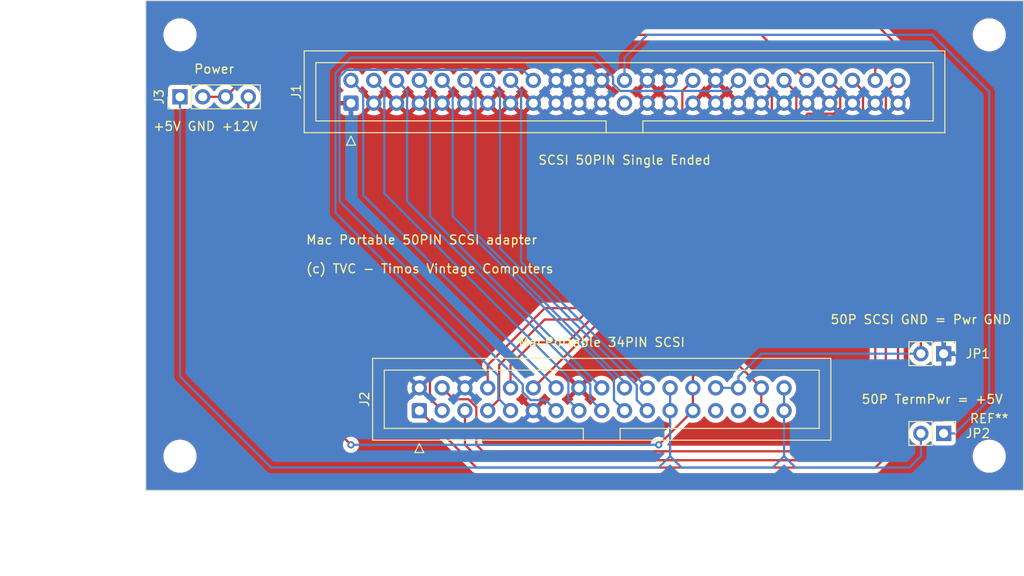
<source format=kicad_pcb>
(kicad_pcb (version 20221018) (generator pcbnew)
  (layers (0 "F.Cu" signal) (31 "B.Cu" signal) (34 "B.Paste" user) (35 "F.Paste" user) (36 "B.SilkS" user "B.Silkscreen") (37 "F.SilkS" user "F.Silkscreen") (38 "B.Mask" user) (39 "F.Mask" user) (44 "Edge.Cuts" user))
  (net 0 "")
  (net 1 "GNDS")
  (net 2 "Net-(J1-Pin_2)")
  (net 3 "Net-(J1-Pin_4)")
  (net 4 "Net-(J1-Pin_6)")
  (net 5 "Net-(J1-Pin_8)")
  (net 6 "Net-(J1-Pin_10)")
  (net 7 "Net-(J1-Pin_12)")
  (net 8 "Net-(J1-Pin_14)")
  (net 9 "Net-(J1-Pin_16)")
  (net 10 "Net-(J1-Pin_18)")
  (net 12 "Net-(J1-Pin_26)")
  (net 13 "Net-(J1-Pin_32)")
  (net 14 "Net-(J1-Pin_36)")
  (net 15 "Net-(J1-Pin_38)")
  (net 16 "Net-(J1-Pin_40)")
  (net 17 "Net-(J1-Pin_42)")
  (net 18 "Net-(J1-Pin_44)")
  (net 19 "Net-(J1-Pin_46)")
  (net 20 "Net-(J1-Pin_48)")
  (net 21 "Net-(J1-Pin_50)")
  (net 22 "+5V")
  (net 23 "+12V")
  (net 24 "Net-(J2-Pin_27)")
  (net 25 "GND")
  (footprint "Connector_PinHeader_2.54mm:PinHeader_1x04_P2.54mm_Vertical" (layer "F.Cu") (at 109.22 74.225 90)
    (fp_text reference "J3" (at 0 -2.33 90) (layer "F.SilkS"))
    (fp_text value "Power" (at 3.105 3.81 180) (layer "F.SilkS"))
    (fp_line (start -1.33 -1.33) (end 0 -1.33) (stroke (width 0.12)) (layer "F.SilkS"))
    (fp_line (start -1.33 0) (end -1.33 -1.33) (stroke (width 0.12)) (layer "F.SilkS"))
    (fp_line (start -1.33 1.27) (end -1.33 8.95) (stroke (width 0.12)) (layer "F.SilkS"))
    (fp_line (start -1.33 1.27) (end 1.33 1.27) (stroke (width 0.12)) (layer "F.SilkS"))
    (fp_line (start -1.33 8.95) (end 1.33 8.95) (stroke (width 0.12)) (layer "F.SilkS"))
    (fp_line (start 1.33 1.27) (end 1.33 8.95) (stroke (width 0.12)) (layer "F.SilkS"))
    (pad "1" thru_hole rect (at 0 0 90) (size 1.7 1.7) (drill 1) (layers "*.Cu" "*.Mask") (net 22 "+5V"))
    (pad "2" thru_hole oval (at 0 2.54 90) (size 1.7 1.7) (drill 1) (layers "*.Cu" "*.Mask") (net 25 "GND"))
    (pad "3" thru_hole oval (at 0 5.08 90) (size 1.7 1.7) (drill 1) (layers "*.Cu" "*.Mask") (net 25 "GND"))
    (pad "4" thru_hole oval (at 0 7.62 90) (size 1.7 1.7) (drill 1) (layers "*.Cu" "*.Mask") (net 23 "+12V"))
  )
  (footprint "Connector_IDC:IDC-Header_2x17_P2.54mm_Vertical" (layer "F.Cu") (at 135.89 109.22 90)
    (fp_text reference "J2" (at 1.27 -6.1 90) (layer "F.SilkS"))
    (fp_text value "MacPortable 34PIN SCSI" (at 7.62 20.32 180) (layer "F.SilkS"))
    (fp_line (start -4.68 -0.5) (end -4.68 0.5) (stroke (width 0.12)) (layer "F.SilkS"))
    (fp_line (start -4.68 0.5) (end -3.68 0) (stroke (width 0.12)) (layer "F.SilkS"))
    (fp_line (start -3.68 0) (end -4.68 -0.5) (stroke (width 0.12)) (layer "F.SilkS"))
    (fp_line (start -3.29 -5.21) (end 5.83 -5.21) (stroke (width 0.12)) (layer "F.SilkS"))
    (fp_line (start -3.29 18.27) (end -1.98 18.27) (stroke (width 0.12)) (layer "F.SilkS"))
    (fp_line (start -3.29 45.85) (end -3.29 -5.21) (stroke (width 0.12)) (layer "F.SilkS"))
    (fp_line (start -1.98 -3.91) (end 4.52 -3.91) (stroke (width 0.12)) (layer "F.SilkS"))
    (fp_line (start -1.98 18.27) (end -1.98 -3.91) (stroke (width 0.12)) (layer "F.SilkS"))
    (fp_line (start -1.98 22.37) (end -3.29 22.37) (stroke (width 0.12)) (layer "F.SilkS"))
    (fp_line (start -1.98 22.37) (end -1.98 22.37) (stroke (width 0.12)) (layer "F.SilkS"))
    (fp_line (start -1.98 44.55) (end -1.98 22.37) (stroke (width 0.12)) (layer "F.SilkS"))
    (fp_line (start 4.52 -3.91) (end 4.52 44.55) (stroke (width 0.12)) (layer "F.SilkS"))
    (fp_line (start 4.52 44.55) (end -1.98 44.55) (stroke (width 0.12)) (layer "F.SilkS"))
    (fp_line (start 5.83 -5.21) (end 5.83 45.85) (stroke (width 0.12)) (layer "F.SilkS"))
    (fp_line (start 5.83 45.85) (end -3.29 45.85) (stroke (width 0.12)) (layer "F.SilkS"))
    (pad "1" thru_hole roundrect (at 0 0 90) (size 1.7 1.7) (drill 1) (layers "*.Cu" "*.Mask") (roundrect_rratio 0.1470588235) (net 20 "Net-(J1-Pin_48)"))
    (pad "2" thru_hole circle (at 2.54 0 90) (size 1.7 1.7) (drill 1) (layers "*.Cu" "*.Mask") (net 1 "GNDS"))
    (pad "3" thru_hole circle (at 0 2.54 90) (size 1.7 1.7) (drill 1) (layers "*.Cu" "*.Mask") (net 17 "Net-(J1-Pin_42)"))
    (pad "4" thru_hole circle (at 2.54 2.54 90) (size 1.7 1.7) (drill 1) (layers "*.Cu" "*.Mask") (net 19 "Net-(J1-Pin_46)"))
    (pad "5" thru_hole circle (at 0 5.08 90) (size 1.7 1.7) (drill 1) (layers "*.Cu" "*.Mask") (net 21 "Net-(J1-Pin_50)"))
    (pad "6" thru_hole circle (at 2.54 5.08 90) (size 1.7 1.7) (drill 1) (layers "*.Cu" "*.Mask") (net 1 "GNDS"))
    (pad "7" thru_hole circle (at 0 7.62 90) (size 1.7 1.7) (drill 1) (layers "*.Cu" "*.Mask") (net 15 "Net-(J1-Pin_38)"))
    (pad "8" thru_hole circle (at 2.54 7.62 90) (size 1.7 1.7) (drill 1) (layers "*.Cu" "*.Mask") (net 13 "Net-(J1-Pin_32)"))
    (pad "9" thru_hole circle (at 0 10.16 90) (size 1.7 1.7) (drill 1) (layers "*.Cu" "*.Mask") (net 14 "Net-(J1-Pin_36)"))
    (pad "10" thru_hole circle (at 2.54 10.16 90) (size 1.7 1.7) (drill 1) (layers "*.Cu" "*.Mask") (net 16 "Net-(J1-Pin_40)"))
    (pad "11" thru_hole circle (at 0 12.7 90) (size 1.7 1.7) (drill 1) (layers "*.Cu" "*.Mask") (net 1 "GNDS"))
    (pad "12" thru_hole circle (at 2.54 12.7 90) (size 1.7 1.7) (drill 1) (layers "*.Cu" "*.Mask") (net 18 "Net-(J1-Pin_44)"))
    (pad "13" thru_hole circle (at 0 15.24 90) (size 1.7 1.7) (drill 1) (layers "*.Cu" "*.Mask") (net 10 "Net-(J1-Pin_18)"))
    (pad "14" thru_hole circle (at 2.54 15.24 90) (size 1.7 1.7) (drill 1) (layers "*.Cu" "*.Mask") (net 2 "Net-(J1-Pin_2)"))
    (pad "15" thru_hole circle (at 0 17.78 90) (size 1.7 1.7) (drill 1) (layers "*.Cu" "*.Mask") (net 3 "Net-(J1-Pin_4)"))
    (pad "16" thru_hole circle (at 2.54 17.78 90) (size 1.7 1.7) (drill 1) (layers "*.Cu" "*.Mask") (net 1 "GNDS"))
    (pad "17" thru_hole circle (at 0 20.32 90) (size 1.7 1.7) (drill 1) (layers "*.Cu" "*.Mask") (net 4 "Net-(J1-Pin_6)"))
    (pad "18" thru_hole circle (at 2.54 20.32 90) (size 1.7 1.7) (drill 1) (layers "*.Cu" "*.Mask") (net 5 "Net-(J1-Pin_8)"))
    (pad "19" thru_hole circle (at 0 22.86 90) (size 1.7 1.7) (drill 1) (layers "*.Cu" "*.Mask") (net 6 "Net-(J1-Pin_10)"))
    (pad "20" thru_hole circle (at 2.54 22.86 90) (size 1.7 1.7) (drill 1) (layers "*.Cu" "*.Mask") (net 7 "Net-(J1-Pin_12)"))
    (pad "21" thru_hole circle (at 0 25.4 90) (size 1.7 1.7) (drill 1) (layers "*.Cu" "*.Mask") (net 8 "Net-(J1-Pin_14)"))
    (pad "22" thru_hole circle (at 2.54 25.4 90) (size 1.7 1.7) (drill 1) (layers "*.Cu" "*.Mask") (net 9 "Net-(J1-Pin_16)"))
    (pad "23" thru_hole circle (at 0 27.94 90) (size 1.7 1.7) (drill 1) (layers "*.Cu" "*.Mask") (net 22 "+5V"))
    (pad "24" thru_hole circle (at 2.54 27.94 90) (size 1.7 1.7) (drill 1) (layers "*.Cu" "*.Mask") (net 22 "+5V"))
    (pad "25" thru_hole circle (at 0 30.48 90) (size 1.7 1.7) (drill 1) (layers "*.Cu" "*.Mask") (net 23 "+12V"))
    (pad "26" thru_hole circle (at 2.54 30.48 90) (size 1.7 1.7) (drill 1) (layers "*.Cu" "*.Mask") (net 23 "+12V"))
    (pad "27" thru_hole circle (at 0 33.02 90) (size 1.7 1.7) (drill 1) (layers "*.Cu" "*.Mask") (net 24 "Net-(J2-Pin_27)"))
    (pad "28" thru_hole circle (at 2.54 33.02 90) (size 1.7 1.7) (drill 1) (layers "*.Cu" "*.Mask") (net 25 "GND"))
    (pad "29" thru_hole circle (at 0 35.56 90) (size 1.7 1.7) (drill 1) (layers "*.Cu" "*.Mask") (net 24 "Net-(J2-Pin_27)"))
    (pad "30" thru_hole circle (at 2.54 35.56 90) (size 1.7 1.7) (drill 1) (layers "*.Cu" "*.Mask") (net 25 "GND"))
    (pad "31" thru_hole circle (at 0 38.1 90) (size 1.7 1.7) (drill 1) (layers "*.Cu" "*.Mask") (net 23 "+12V"))
    (pad "32" thru_hole circle (at 2.54 38.1 90) (size 1.7 1.7) (drill 1) (layers "*.Cu" "*.Mask") (net 23 "+12V"))
    (pad "33" thru_hole circle (at 0 40.64 90) (size 1.7 1.7) (drill 1) (layers "*.Cu" "*.Mask") (net 22 "+5V"))
    (pad "34" thru_hole circle (at 2.54 40.64 90) (size 1.7 1.7) (drill 1) (layers "*.Cu" "*.Mask") (net 22 "+5V"))
  )
  (footprint "Connector_PinHeader_2.54mm:PinHeader_1x02_P2.54mm_Vertical" (layer "F.Cu") (at 194.31 102.87 -90)
    (fp_text reference "JP1" (at 0 -3.81) (layer "F.SilkS"))
    (fp_text value "50P SCSI GND = Pwr GND" (at -3.81 2.54) (layer "F.SilkS"))
    (fp_line (start -1.33 -1.33) (end 0 -1.33) (stroke (width 0.12)) (layer "F.SilkS"))
    (fp_line (start -1.33 0) (end -1.33 -1.33) (stroke (width 0.12)) (layer "F.SilkS"))
    (fp_line (start -1.33 1.27) (end -1.33 3.87) (stroke (width 0.12)) (layer "F.SilkS"))
    (fp_line (start -1.33 1.27) (end 1.33 1.27) (stroke (width 0.12)) (layer "F.SilkS"))
    (fp_line (start -1.33 3.87) (end 1.33 3.87) (stroke (width 0.12)) (layer "F.SilkS"))
    (fp_line (start 1.33 1.27) (end 1.33 3.87) (stroke (width 0.12)) (layer "F.SilkS"))
    (pad "1" thru_hole rect (at 0 0 270) (size 1.7 1.7) (drill 1) (layers "*.Cu" "*.Mask") (net 1 "GNDS"))
    (pad "2" thru_hole oval (at 0 2.54 270) (size 1.7 1.7) (drill 1) (layers "*.Cu" "*.Mask") (net 25 "GND"))
  )
  (footprint "MountingHole:MountingHole_3.2mm_M3" (layer "F.Cu") (at 109.22 114.3)
    (fp_text reference "REF**" hide)
    (fp_text value "MountingHole_3.2mm_M3" hide)
    (pad "" np_thru_hole circle (at 0 0) (size 3.2 3.2) (drill 3.2) (layers "*.Cu" "*.Mask"))
  )
  (footprint "Connector_IDC:IDC-Header_2x25_P2.54mm_Vertical" (layer "F.Cu") (at 128.27 74.93 90)
    (fp_text reference "J1" (at 1.27 -6.1 90) (layer "F.SilkS"))
    (fp_text value "SCSI 50PIN Single Ended" (at -6.35 30.48 180) (layer "F.SilkS"))
    (fp_line (start -4.68 -0.5) (end -4.68 0.5) (stroke (width 0.12)) (layer "F.SilkS"))
    (fp_line (start -4.68 0.5) (end -3.68 0) (stroke (width 0.12)) (layer "F.SilkS"))
    (fp_line (start -3.68 0) (end -4.68 -0.5) (stroke (width 0.12)) (layer "F.SilkS"))
    (fp_line (start -3.29 -5.21) (end 5.83 -5.21) (stroke (width 0.12)) (layer "F.SilkS"))
    (fp_line (start -3.29 28.43) (end -1.98 28.43) (stroke (width 0.12)) (layer "F.SilkS"))
    (fp_line (start -3.29 66.17) (end -3.29 -5.21) (stroke (width 0.12)) (layer "F.SilkS"))
    (fp_line (start -1.98 -3.91) (end 4.52 -3.91) (stroke (width 0.12)) (layer "F.SilkS"))
    (fp_line (start -1.98 28.43) (end -1.98 -3.91) (stroke (width 0.12)) (layer "F.SilkS"))
    (fp_line (start -1.98 32.53) (end -3.29 32.53) (stroke (width 0.12)) (layer "F.SilkS"))
    (fp_line (start -1.98 32.53) (end -1.98 32.53) (stroke (width 0.12)) (layer "F.SilkS"))
    (fp_line (start -1.98 64.87) (end -1.98 32.53) (stroke (width 0.12)) (layer "F.SilkS"))
    (fp_line (start 4.52 -3.91) (end 4.52 64.87) (stroke (width 0.12)) (layer "F.SilkS"))
    (fp_line (start 4.52 64.87) (end -1.98 64.87) (stroke (width 0.12)) (layer "F.SilkS"))
    (fp_line (start 5.83 -5.21) (end 5.83 66.17) (stroke (width 0.12)) (layer "F.SilkS"))
    (fp_line (start 5.83 66.17) (end -3.29 66.17) (stroke (width 0.12)) (layer "F.SilkS"))
    (pad "1" thru_hole roundrect (at 0 0 90) (size 1.7 1.7) (drill 1) (layers "*.Cu" "*.Mask") (roundrect_rratio 0.1470588235) (net 1 "GNDS"))
    (pad "2" thru_hole circle (at 2.54 0 90) (size 1.7 1.7) (drill 1) (layers "*.Cu" "*.Mask") (net 2 "Net-(J1-Pin_2)"))
    (pad "3" thru_hole circle (at 0 2.54 90) (size 1.7 1.7) (drill 1) (layers "*.Cu" "*.Mask") (net 1 "GNDS"))
    (pad "4" thru_hole circle (at 2.54 2.54 90) (size 1.7 1.7) (drill 1) (layers "*.Cu" "*.Mask") (net 3 "Net-(J1-Pin_4)"))
    (pad "5" thru_hole circle (at 0 5.08 90) (size 1.7 1.7) (drill 1) (layers "*.Cu" "*.Mask") (net 1 "GNDS"))
    (pad "6" thru_hole circle (at 2.54 5.08 90) (size 1.7 1.7) (drill 1) (layers "*.Cu" "*.Mask") (net 4 "Net-(J1-Pin_6)"))
    (pad "7" thru_hole circle (at 0 7.62 90) (size 1.7 1.7) (drill 1) (layers "*.Cu" "*.Mask") (net 1 "GNDS"))
    (pad "8" thru_hole circle (at 2.54 7.62 90) (size 1.7 1.7) (drill 1) (layers "*.Cu" "*.Mask") (net 5 "Net-(J1-Pin_8)"))
    (pad "9" thru_hole circle (at 0 10.16 90) (size 1.7 1.7) (drill 1) (layers "*.Cu" "*.Mask") (net 1 "GNDS"))
    (pad "10" thru_hole circle (at 2.54 10.16 90) (size 1.7 1.7) (drill 1) (layers "*.Cu" "*.Mask") (net 6 "Net-(J1-Pin_10)"))
    (pad "11" thru_hole circle (at 0 12.7 90) (size 1.7 1.7) (drill 1) (layers "*.Cu" "*.Mask") (net 1 "GNDS"))
    (pad "12" thru_hole circle (at 2.54 12.7 90) (size 1.7 1.7) (drill 1) (layers "*.Cu" "*.Mask") (net 7 "Net-(J1-Pin_12)"))
    (pad "13" thru_hole circle (at 0 15.24 90) (size 1.7 1.7) (drill 1) (layers "*.Cu" "*.Mask") (net 1 "GNDS"))
    (pad "14" thru_hole circle (at 2.54 15.24 90) (size 1.7 1.7) (drill 1) (layers "*.Cu" "*.Mask") (net 8 "Net-(J1-Pin_14)"))
    (pad "15" thru_hole circle (at 0 17.78 90) (size 1.7 1.7) (drill 1) (layers "*.Cu" "*.Mask") (net 1 "GNDS"))
    (pad "16" thru_hole circle (at 2.54 17.78 90) (size 1.7 1.7) (drill 1) (layers "*.Cu" "*.Mask") (net 9 "Net-(J1-Pin_16)"))
    (pad "17" thru_hole circle (at 0 20.32 90) (size 1.7 1.7) (drill 1) (layers "*.Cu" "*.Mask") (net 1 "GNDS"))
    (pad "18" thru_hole circle (at 2.54 20.32 90) (size 1.7 1.7) (drill 1) (layers "*.Cu" "*.Mask") (net 10 "Net-(J1-Pin_18)"))
    (pad "19" thru_hole circle (at 0 22.86 90) (size 1.7 1.7) (drill 1) (layers "*.Cu" "*.Mask") (net 1 "GNDS"))
    (pad "20" thru_hole circle (at 2.54 22.86 90) (size 1.7 1.7) (drill 1) (layers "*.Cu" "*.Mask") (net 1 "GNDS"))
    (pad "21" thru_hole circle (at 0 25.4 90) (size 1.7 1.7) (drill 1) (layers "*.Cu" "*.Mask") (net 1 "GNDS"))
    (pad "22" thru_hole circle (at 2.54 25.4 90) (size 1.7 1.7) (drill 1) (layers "*.Cu" "*.Mask") (net 1 "GNDS"))
    (pad "23" thru_hole circle (at 0 27.94 90) (size 1.7 1.7) (drill 1) (layers "*.Cu" "*.Mask") (net 1 "GNDS"))
    (pad "24" thru_hole circle (at 2.54 27.94 90) (size 1.7 1.7) (drill 1) (layers "*.Cu" "*.Mask") (net 1 "GNDS"))
    (pad "25" thru_hole circle (at 0 30.48 90) (size 1.7 1.7) (drill 1) (layers "*.Cu" "*.Mask"))
    (pad "26" thru_hole circle (at 2.54 30.48 90) (size 1.7 1.7) (drill 1) (layers "*.Cu" "*.Mask") (net 12 "Net-(J1-Pin_26)"))
    (pad "27" thru_hole circle (at 0 33.02 90) (size 1.7 1.7) (drill 1) (layers "*.Cu" "*.Mask") (net 1 "GNDS"))
    (pad "28" thru_hole circle (at 2.54 33.02 90) (size 1.7 1.7) (drill 1) (layers "*.Cu" "*.Mask") (net 1 "GNDS"))
    (pad "29" thru_hole circle (at 0 35.56 90) (size 1.7 1.7) (drill 1) (layers "*.Cu" "*.Mask") (net 1 "GNDS"))
    (pad "30" thru_hole circle (at 2.54 35.56 90) (size 1.7 1.7) (drill 1) (layers "*.Cu" "*.Mask") (net 1 "GNDS"))
    (pad "31" thru_hole circle (at 0 38.1 90) (size 1.7 1.7) (drill 1) (layers "*.Cu" "*.Mask") (net 1 "GNDS"))
    (pad "32" thru_hole circle (at 2.54 38.1 90) (size 1.7 1.7) (drill 1) (layers "*.Cu" "*.Mask") (net 13 "Net-(J1-Pin_32)"))
    (pad "33" thru_hole circle (at 0 40.64 90) (size 1.7 1.7) (drill 1) (layers "*.Cu" "*.Mask") (net 1 "GNDS"))
    (pad "34" thru_hole circle (at 2.54 40.64 90) (size 1.7 1.7) (drill 1) (layers "*.Cu" "*.Mask") (net 1 "GNDS"))
    (pad "35" thru_hole circle (at 0 43.18 90) (size 1.7 1.7) (drill 1) (layers "*.Cu" "*.Mask") (net 1 "GNDS"))
    (pad "36" thru_hole circle (at 2.54 43.18 90) (size 1.7 1.7) (drill 1) (layers "*.Cu" "*.Mask") (net 14 "Net-(J1-Pin_36)"))
    (pad "37" thru_hole circle (at 0 45.72 90) (size 1.7 1.7) (drill 1) (layers "*.Cu" "*.Mask") (net 1 "GNDS"))
    (pad "38" thru_hole circle (at 2.54 45.72 90) (size 1.7 1.7) (drill 1) (layers "*.Cu" "*.Mask") (net 15 "Net-(J1-Pin_38)"))
    (pad "39" thru_hole circle (at 0 48.26 90) (size 1.7 1.7) (drill 1) (layers "*.Cu" "*.Mask") (net 1 "GNDS"))
    (pad "40" thru_hole circle (at 2.54 48.26 90) (size 1.7 1.7) (drill 1) (layers "*.Cu" "*.Mask") (net 16 "Net-(J1-Pin_40)"))
    (pad "41" thru_hole circle (at 0 50.8 90) (size 1.7 1.7) (drill 1) (layers "*.Cu" "*.Mask") (net 1 "GNDS"))
    (pad "42" thru_hole circle (at 2.54 50.8 90) (size 1.7 1.7) (drill 1) (layers "*.Cu" "*.Mask") (net 17 "Net-(J1-Pin_42)"))
    (pad "43" thru_hole circle (at 0 53.34 90) (size 1.7 1.7) (drill 1) (layers "*.Cu" "*.Mask") (net 1 "GNDS"))
    (pad "44" thru_hole circle (at 2.54 53.34 90) (size 1.7 1.7) (drill 1) (layers "*.Cu" "*.Mask") (net 18 "Net-(J1-Pin_44)"))
    (pad "45" thru_hole circle (at 0 55.88 90) (size 1.7 1.7) (drill 1) (layers "*.Cu" "*.Mask") (net 1 "GNDS"))
    (pad "46" thru_hole circle (at 2.54 55.88 90) (size 1.7 1.7) (drill 1) (layers "*.Cu" "*.Mask") (net 19 "Net-(J1-Pin_46)"))
    (pad "47" thru_hole circle (at 0 58.42 90) (size 1.7 1.7) (drill 1) (layers "*.Cu" "*.Mask") (net 1 "GNDS"))
    (pad "48" thru_hole circle (at 2.54 58.42 90) (size 1.7 1.7) (drill 1) (layers "*.Cu" "*.Mask") (net 20 "Net-(J1-Pin_48)"))
    (pad "49" thru_hole circle (at 0 60.96 90) (size 1.7 1.7) (drill 1) (layers "*.Cu" "*.Mask") (net 1 "GNDS"))
    (pad "50" thru_hole circle (at 2.54 60.96 90) (size 1.7 1.7) (drill 1) (layers "*.Cu" "*.Mask") (net 21 "Net-(J1-Pin_50)"))
  )
  (footprint "MountingHole:MountingHole_3.2mm_M3" (layer "F.Cu") (at 109.22 67.31)
    (fp_text reference "REF**" hide)
    (fp_text value "MountingHole_3.2mm_M3" hide)
    (pad "" np_thru_hole circle (at 0 0) (size 3.2 3.2) (drill 3.2) (layers "*.Cu" "*.Mask"))
  )
  (footprint "Connector_PinHeader_2.54mm:PinHeader_1x02_P2.54mm_Vertical" (layer "F.Cu") (at 194.31 111.76 -90)
    (fp_text reference "JP2" (at 0 -3.81) (layer "F.SilkS"))
    (fp_text value "50P TermPwr = +5V" (at -3.81 1.27) (layer "F.SilkS"))
    (fp_line (start -1.33 -1.33) (end 0 -1.33) (stroke (width 0.12)) (layer "F.SilkS"))
    (fp_line (start -1.33 0) (end -1.33 -1.33) (stroke (width 0.12)) (layer "F.SilkS"))
    (fp_line (start -1.33 1.27) (end -1.33 3.87) (stroke (width 0.12)) (layer "F.SilkS"))
    (fp_line (start -1.33 1.27) (end 1.33 1.27) (stroke (width 0.12)) (layer "F.SilkS"))
    (fp_line (start -1.33 3.87) (end 1.33 3.87) (stroke (width 0.12)) (layer "F.SilkS"))
    (fp_line (start 1.33 1.27) (end 1.33 3.87) (stroke (width 0.12)) (layer "F.SilkS"))
    (pad "1" thru_hole rect (at 0 0 270) (size 1.7 1.7) (drill 1) (layers "*.Cu" "*.Mask") (net 12 "Net-(J1-Pin_26)"))
    (pad "2" thru_hole oval (at 0 2.54 270) (size 1.7 1.7) (drill 1) (layers "*.Cu" "*.Mask") (net 22 "+5V"))
  )
  (footprint "MountingHole:MountingHole_3.2mm_M3" (layer "F.Cu") (at 199.39 114.3)
    (fp_text reference "REF**" (at 0 -4.2) (layer "F.SilkS"))
    (fp_text value "MountingHole_3.2mm_M3" hide)
    (pad "" np_thru_hole circle (at 0 0) (size 3.2 3.2) (drill 3.2) (layers "*.Cu" "*.Mask"))
  )
  (footprint "MountingHole:MountingHole_3.2mm_M3" (layer "F.Cu") (at 199.39 67.31)
    (fp_text reference "REF**" hide)
    (fp_text value "MountingHole_3.2mm_M3" hide)
    (pad "" np_thru_hole circle (at 0 0) (size 3.2 3.2) (drill 3.2) (layers "*.Cu" "*.Mask"))
  )
  (gr_rect (start 105.41 63.5) (end 203.2 118.11) (stroke (width 0.1)) (fill none) (layer "Edge.Cuts"))
  (gr_text "+5V GND +12V" (at 106.161149 78.09901) (layer "F.SilkS") (effects (font (size 1 1)) (justify left bottom)))
  (gr_text "Mac Portable 50PIN SCSI adapter\n\n(c) TVC - Timos Vintage Computers" (at 123.19 93.98) (layer "F.SilkS") (effects (font (size 1 1)) (justify left bottom)))
  (segment (start 129.635 85.185) (end 151.13 106.68) (width 0.25) (layer "B.Cu") (net 2))
  (segment (start 128.27 72.39) (end 129.635 73.755) (width 0.25) (layer "B.Cu") (net 2))
  (segment (start 129.635 73.755) (end 129.635 85.185) (width 0.25) (layer "B.Cu") (net 2))
  (segment (start 152.495 108.045) (end 153.67 109.22) (width 0.25) (layer "B.Cu") (net 3))
  (segment (start 152.495 105.505) (end 152.495 108.045) (width 0.25) (layer "B.Cu") (net 3))
  (segment (start 131.985 84.995) (end 152.495 105.505) (width 0.25) (layer "B.Cu") (net 3))
  (segment (start 130.81 72.39) (end 131.985 73.565) (width 0.25) (layer "B.Cu") (net 3))
  (segment (start 131.985 73.565) (end 131.985 84.995) (width 0.25) (layer "B.Cu") (net 3))
  (segment (start 154.94 106.288299) (end 154.94 107.95) (width 0.25) (layer "B.Cu") (net 4))
  (segment (start 133.35 72.39) (end 134.525 73.565) (width 0.25) (layer "B.Cu") (net 4))
  (segment (start 154.94 107.95) (end 156.21 109.22) (width 0.25) (layer "B.Cu") (net 4))
  (segment (start 134.525 85.873299) (end 154.94 106.288299) (width 0.25) (layer "B.Cu") (net 4))
  (segment (start 134.525 73.565) (end 134.525 85.873299) (width 0.25) (layer "B.Cu") (net 4))
  (segment (start 137.065 87.535) (end 156.21 106.68) (width 0.25) (layer "B.Cu") (net 5))
  (segment (start 135.89 72.39) (end 137.065 73.565) (width 0.25) (layer "B.Cu") (net 5))
  (segment (start 137.065 73.565) (end 137.065 87.535) (width 0.25) (layer "B.Cu") (net 5))
  (segment (start 139.605 87.535) (end 157.575 105.505) (width 0.25) (layer "B.Cu") (net 6))
  (segment (start 157.575 105.505) (end 157.575 108.045) (width 0.25) (layer "B.Cu") (net 6))
  (segment (start 157.575 108.045) (end 158.75 109.22) (width 0.25) (layer "B.Cu") (net 6))
  (segment (start 139.605 73.565) (end 139.605 87.535) (width 0.25) (layer "B.Cu") (net 6))
  (segment (start 138.43 72.39) (end 139.605 73.565) (width 0.25) (layer "B.Cu") (net 6))
  (segment (start 142.145 73.565) (end 142.145 89.438604) (width 0.25) (layer "B.Cu") (net 7))
  (segment (start 142.145 89.438604) (end 158.75 106.043604) (width 0.25) (layer "B.Cu") (net 7))
  (segment (start 158.75 106.043604) (end 158.75 106.68) (width 0.25) (layer "B.Cu") (net 7))
  (segment (start 140.97 72.39) (end 142.145 73.565) (width 0.25) (layer "B.Cu") (net 7))
  (segment (start 160.115 106.383299) (end 160.115 108.045) (width 0.25) (layer "B.Cu") (net 8))
  (segment (start 144.875 73.755) (end 144.875 91.143299) (width 0.25) (layer "B.Cu") (net 8))
  (segment (start 160.115 108.045) (end 161.29 109.22) (width 0.25) (layer "B.Cu") (net 8))
  (segment (start 144.875 91.143299) (end 160.115 106.383299) (width 0.25) (layer "B.Cu") (net 8))
  (segment (start 143.51 72.39) (end 144.875 73.755) (width 0.25) (layer "B.Cu") (net 8))
  (segment (start 147.225 73.565) (end 147.225 92.615) (width 0.25) (layer "B.Cu") (net 9))
  (segment (start 147.225 92.615) (end 161.29 106.68) (width 0.25) (layer "B.Cu") (net 9))
  (segment (start 146.05 72.39) (end 147.225 73.565) (width 0.25) (layer "B.Cu") (net 9))
  (segment (start 149.955 108.045) (end 151.13 109.22) (width 0.25) (layer "B.Cu") (net 10))
  (segment (start 147.415 71.215) (end 127.783299 71.215) (width 0.25) (layer "B.Cu") (net 10))
  (segment (start 127 85.873299) (end 147.415 106.288299) (width 0.25) (layer "B.Cu") (net 10))
  (segment (start 147.415 107.166701) (end 148.293299 108.045) (width 0.25) (layer "B.Cu") (net 10))
  (segment (start 147.415 106.288299) (end 147.415 107.166701) (width 0.25) (layer "B.Cu") (net 10))
  (segment (start 127.783299 71.215) (end 127 71.998299) (width 0.25) (layer "B.Cu") (net 10))
  (segment (start 127 71.998299) (end 127 85.873299) (width 0.25) (layer "B.Cu") (net 10))
  (segment (start 148.293299 108.045) (end 149.955 108.045) (width 0.25) (layer "B.Cu") (net 10))
  (segment (start 148.59 72.39) (end 147.415 71.215) (width 0.25) (layer "B.Cu") (net 10))
  (segment (start 199.39 73.66) (end 199.39 107.95) (width 0.25) (layer "B.Cu") (net 12))
  (segment (start 199.39 107.95) (end 195.58 111.76) (width 0.25) (layer "B.Cu") (net 12))
  (segment (start 158.75 69.85) (end 161.29 67.31) (width 0.25) (layer "B.Cu") (net 12))
  (segment (start 193.04 67.31) (end 199.39 73.66) (width 0.25) (layer "B.Cu") (net 12))
  (segment (start 161.29 67.31) (end 193.04 67.31) (width 0.25) (layer "B.Cu") (net 12))
  (segment (start 195.58 111.76) (end 194.31 111.76) (width 0.25) (layer "B.Cu") (net 12))
  (segment (start 158.75 72.39) (end 158.75 69.85) (width 0.25) (layer "B.Cu") (net 12))
  (segment (start 165.195 73.565) (end 166.37 72.39) (width 0.25) (layer "F.Cu") (net 13))
  (segment (start 153.67 97.79) (end 165.195 86.265) (width 0.25) (layer "F.Cu") (net 13))
  (segment (start 143.51 104.14) (end 149.86 97.79) (width 0.25) (layer "F.Cu") (net 13))
  (segment (start 143.51 106.68) (end 143.51 104.14) (width 0.25) (layer "F.Cu") (net 13))
  (segment (start 149.86 97.79) (end 153.67 97.79) (width 0.25) (layer "F.Cu") (net 13))
  (segment (start 165.195 86.265) (end 165.195 73.565) (width 0.25) (layer "F.Cu") (net 13))
  (segment (start 157.48 72.781701) (end 158.263299 73.565) (width 0.25) (layer "B.Cu") (net 14))
  (segment (start 157.48 71.998299) (end 157.48 72.781701) (width 0.25) (layer "B.Cu") (net 14))
  (segment (start 126.55 71.57) (end 128.27 69.85) (width 0.25) (layer "B.Cu") (net 14))
  (segment (start 146.05 109.22) (end 144.685 107.855) (width 0.25) (layer "B.Cu") (net 14))
  (segment (start 128.27 69.85) (end 155.331701 69.85) (width 0.25) (layer "B.Cu") (net 14))
  (segment (start 144.685 107.855) (end 144.685 105.315) (width 0.25) (layer "B.Cu") (net 14))
  (segment (start 126.55 87.18) (end 126.55 71.57) (width 0.25) (layer "B.Cu") (net 14))
  (segment (start 170.275 73.565) (end 171.45 72.39) (width 0.25) (layer "B.Cu") (net 14))
  (segment (start 158.263299 73.565) (end 170.275 73.565) (width 0.25) (layer "B.Cu") (net 14))
  (segment (start 155.331701 69.85) (end 157.48 71.998299) (width 0.25) (layer "B.Cu") (net 14))
  (segment (start 144.685 105.315) (end 126.55 87.18) (width 0.25) (layer "B.Cu") (net 14))
  (segment (start 175.165 77.565) (end 153.67 99.06) (width 0.25) (layer "F.Cu") (net 15))
  (segment (start 175.165 73.565) (end 175.165 77.565) (width 0.25) (layer "F.Cu") (net 15))
  (segment (start 153.67 99.06) (end 149.86 99.06) (width 0.25) (layer "F.Cu") (net 15))
  (segment (start 173.99 72.39) (end 175.165 73.565) (width 0.25) (layer "F.Cu") (net 15))
  (segment (start 144.78 107.95) (end 143.51 109.22) (width 0.25) (layer "F.Cu") (net 15))
  (segment (start 144.78 104.14) (end 144.78 107.95) (width 0.25) (layer "F.Cu") (net 15))
  (segment (start 149.86 99.06) (end 144.78 104.14) (width 0.25) (layer "F.Cu") (net 15))
  (segment (start 146.05 104.14) (end 146.05 106.68) (width 0.25) (layer "F.Cu") (net 16))
  (segment (start 177.895 76.105) (end 152.4 101.6) (width 0.25) (layer "F.Cu") (net 16))
  (segment (start 152.4 101.6) (end 148.59 101.6) (width 0.25) (layer "F.Cu") (net 16))
  (segment (start 148.59 101.6) (end 146.05 104.14) (width 0.25) (layer "F.Cu") (net 16))
  (segment (start 176.53 72.39) (end 177.895 73.755) (width 0.25) (layer "F.Cu") (net 16))
  (segment (start 177.895 73.755) (end 177.895 76.105) (width 0.25) (layer "F.Cu") (net 16))
  (segment (start 121.92 96.52) (end 128.27 102.87) (width 0.25) (layer "F.Cu") (net 17))
  (segment (start 137.065 105.315) (end 137.065 107.855) (width 0.25) (layer "F.Cu") (net 17))
  (segment (start 128.27 102.87) (end 134.62 102.87) (width 0.25) (layer "F.Cu") (net 17))
  (segment (start 121.92 72.39) (end 121.92 96.52) (width 0.25) (layer "F.Cu") (net 17))
  (segment (start 137.065 107.855) (end 138.43 109.22) (width 0.25) (layer "F.Cu") (net 17))
  (segment (start 173.99 67.31) (end 127 67.31) (width 0.25) (layer "F.Cu") (net 17))
  (segment (start 134.62 102.87) (end 137.065 105.315) (width 0.25) (layer "F.Cu") (net 17))
  (segment (start 127 67.31) (end 121.92 72.39) (width 0.25) (layer "F.Cu") (net 17))
  (segment (start 179.07 72.39) (end 173.99 67.31) (width 0.25) (layer "F.Cu") (net 17))
  (segment (start 181.61 72.39) (end 182.785 73.565) (width 0.25) (layer "F.Cu") (net 18))
  (segment (start 182.785 75.416701) (end 182.096701 76.105) (width 0.25) (layer "F.Cu") (net 18))
  (segment (start 179.165 76.105) (end 148.59 106.68) (width 0.25) (layer "F.Cu") (net 18))
  (segment (start 182.096701 76.105) (end 179.165 76.105) (width 0.25) (layer "F.Cu") (net 18))
  (segment (start 182.785 73.565) (end 182.785 75.416701) (width 0.25) (layer "F.Cu") (net 18))
  (segment (start 142.24 108.828299) (end 141.361701 107.95) (width 0.25) (layer "F.Cu") (net 19))
  (segment (start 185.325 77.375) (end 186.69 78.74) (width 0.25) (layer "F.Cu") (net 19))
  (segment (start 184.695 113.755) (end 142.965 113.755) (width 0.25) (layer "F.Cu") (net 19))
  (segment (start 185.325 73.565) (end 185.325 77.375) (width 0.25) (layer "F.Cu") (net 19))
  (segment (start 142.965 113.755) (end 142.24 113.03) (width 0.25) (layer "F.Cu") (net 19))
  (segment (start 142.24 113.03) (end 142.24 108.828299) (width 0.25) (layer "F.Cu") (net 19))
  (segment (start 139.7 107.95) (end 138.43 106.68) (width 0.25) (layer "F.Cu") (net 19))
  (segment (start 186.69 78.74) (end 186.69 111.76) (width 0.25) (layer "F.Cu") (net 19))
  (segment (start 141.361701 107.95) (end 139.7 107.95) (width 0.25) (layer "F.Cu") (net 19))
  (segment (start 186.69 111.76) (end 184.695 113.755) (width 0.25) (layer "F.Cu") (net 19))
  (segment (start 184.15 72.39) (end 185.325 73.565) (width 0.25) (layer "F.Cu") (net 19))
  (segment (start 186.69 115.57) (end 142.24 115.57) (width 0.25) (layer "F.Cu") (net 20))
  (segment (start 189.23 113.03) (end 186.69 115.57) (width 0.25) (layer "F.Cu") (net 20))
  (segment (start 186.69 72.39) (end 186.69 71.12) (width 0.25) (layer "F.Cu") (net 20))
  (segment (start 189.23 78.74) (end 189.23 113.03) (width 0.25) (layer "F.Cu") (net 20))
  (segment (start 189.23 69.85) (end 191.77 72.39) (width 0.25) (layer "F.Cu") (net 20))
  (segment (start 186.69 71.12) (end 187.96 69.85) (width 0.25) (layer "F.Cu") (net 20))
  (segment (start 191.77 72.39) (end 191.77 76.2) (width 0.25) (layer "F.Cu") (net 20))
  (segment (start 142.24 115.57) (end 135.89 109.22) (width 0.25) (layer "F.Cu") (net 20))
  (segment (start 187.96 69.85) (end 189.23 69.85) (width 0.25) (layer "F.Cu") (net 20))
  (segment (start 191.77 76.2) (end 189.23 78.74) (width 0.25) (layer "F.Cu") (net 20))
  (segment (start 189.23 72.39) (end 187.865 73.755) (width 0.25) (layer "F.Cu") (net 21))
  (segment (start 187.865 112.491396) (end 185.606396 114.75) (width 0.25) (layer "F.Cu") (net 21))
  (segment (start 187.865 73.755) (end 187.865 112.491396) (width 0.25) (layer "F.Cu") (net 21))
  (segment (start 140.97 113.03) (end 140.97 109.22) (width 0.25) (layer "F.Cu") (net 21))
  (segment (start 185.606396 114.75) (end 142.69 114.75) (width 0.25) (layer "F.Cu") (net 21))
  (segment (start 142.69 114.75) (end 140.97 113.03) (width 0.25) (layer "F.Cu") (net 21))
  (segment (start 177.8 115.57) (end 190.5 115.57) (width 0.25) (layer "B.Cu") (net 22))
  (segment (start 190.5 115.57) (end 191.77 114.3) (width 0.25) (layer "B.Cu") (net 22))
  (segment (start 109.22 74.225) (end 109.22 105.41) (width 0.25) (layer "B.Cu") (net 22))
  (segment (start 163.83 114.3) (end 163.83 106.68) (width 0.25) (layer "B.Cu") (net 22))
  (segment (start 165.1 115.57) (end 163.83 114.3) (width 0.25) (layer "B.Cu") (net 22))
  (segment (start 176.53 106.68) (end 176.53 109.22) (width 0.25) (layer "B.Cu") (net 22))
  (segment (start 176.53 109.22) (end 176.53 114.3) (width 0.25) (layer "B.Cu") (net 22))
  (segment (start 191.77 114.3) (end 191.77 111.76) (width 0.25) (layer "B.Cu") (net 22))
  (segment (start 176.53 114.3) (end 177.8 115.57) (width 0.25) (layer "B.Cu") (net 22))
  (segment (start 175.26 115.57) (end 165.1 115.57) (width 0.25) (layer "B.Cu") (net 22))
  (segment (start 176.53 114.3) (end 175.26 115.57) (width 0.25) (layer "B.Cu") (net 22))
  (segment (start 162.56 115.57) (end 163.83 114.3) (width 0.25) (layer "B.Cu") (net 22))
  (segment (start 109.22 105.41) (end 119.38 115.57) (width 0.25) (layer "B.Cu") (net 22))
  (segment (start 119.38 115.57) (end 162.56 115.57) (width 0.25) (layer "B.Cu") (net 22))
  (segment (start 116.84 101.6) (end 128.27 113.03) (width 0.25) (layer "F.Cu") (net 23))
  (segment (start 116.84 74.225) (end 116.84 101.6) (width 0.25) (layer "F.Cu") (net 23))
  (segment (start 166.37 106.68) (end 166.37 109.22) (width 0.25) (layer "F.Cu") (net 23))
  (segment (start 166.37 105.41) (end 167.64 104.14) (width 0.25) (layer "F.Cu") (net 23))
  (segment (start 171.45 104.14) (end 173.99 106.68) (width 0.25) (layer "F.Cu") (net 23))
  (segment (start 162.56 113.03) (end 166.37 109.22) (width 0.25) (layer "F.Cu") (net 23))
  (segment (start 166.37 106.68) (end 166.37 105.41) (width 0.25) (layer "F.Cu") (net 23))
  (segment (start 173.99 109.22) (end 173.99 106.68) (width 0.25) (layer "F.Cu") (net 23))
  (segment (start 167.64 104.14) (end 171.45 104.14) (width 0.25) (layer "F.Cu") (net 23))
  (via (at 162.56 113.03) (size 0.8) (drill 0.4) (layers "F.Cu" "B.Cu") (net 23))
  (via (at 128.27 113.03) (size 0.8) (drill 0.4) (layers "F.Cu" "B.Cu") (net 23))
  (segment (start 161.29 113.03) (end 162.56 113.03) (width 0.25) (layer "B.Cu") (net 23))
  (segment (start 128.27 113.03) (end 161.29 113.03) (width 0.25) (layer "B.Cu") (net 23))
  (segment (start 122.485 66.04) (end 186.69 66.04) (width 0.25) (layer "F.Cu") (net 25))
  (segment (start 114.3 74.225) (end 122.485 66.04) (width 0.25) (layer "F.Cu") (net 25))
  (segment (start 193.04 72.39) (end 193.04 76.518198) (width 0.25) (layer "F.Cu") (net 25))
  (segment (start 111.76 74.225) (end 114.3 74.225) (width 0.25) (layer "F.Cu") (net 25))
  (segment (start 191.77 77.788198) (end 191.77 102.87) (width 0.25) (layer "F.Cu") (net 25))
  (segment (start 186.69 66.04) (end 193.04 72.39) (width 0.25) (layer "F.Cu") (net 25))
  (segment (start 193.04 76.518198) (end 191.77 77.788198) (width 0.25) (layer "F.Cu") (net 25))
  (segment (start 191.77 102.87) (end 173.99 102.87) (width 0.25) (layer "B.Cu") (net 25))
  (segment (start 171.45 105.41) (end 171.45 106.68) (width 0.25) (layer "B.Cu") (net 25))
  (segment (start 173.99 102.87) (end 171.45 105.41) (width 0.25) (layer "B.Cu") (net 25))
  (segment (start 171.45 106.68) (end 168.91 106.68) (width 0.25) (layer "B.Cu") (net 25))
  (zone (net 1) (net_name "GNDS") (layer "F.Cu") (priority 1) (connect_pads (clearance 0.5)) (min_thickness 0.25) (fill yes (thermal_gap 0.5) (thermal_bridge_width 0.5))
    (polygon (pts (xy 105.41 63.5) (xy 203.2 63.5) (xy 203.2 118.11) (xy 105.41 118.11)))
  )
  (zone (net 1) (net_name "GNDS") (layer "B.Cu") (connect_pads (clearance 0.5)) (min_thickness 0.25) (fill yes (thermal_gap 0.5) (thermal_bridge_width 0.5))
    (polygon (pts (xy 105.41 63.5) (xy 203.2 63.5) (xy 203.2 118.11) (xy 105.41 118.11)))
  )
)
</source>
